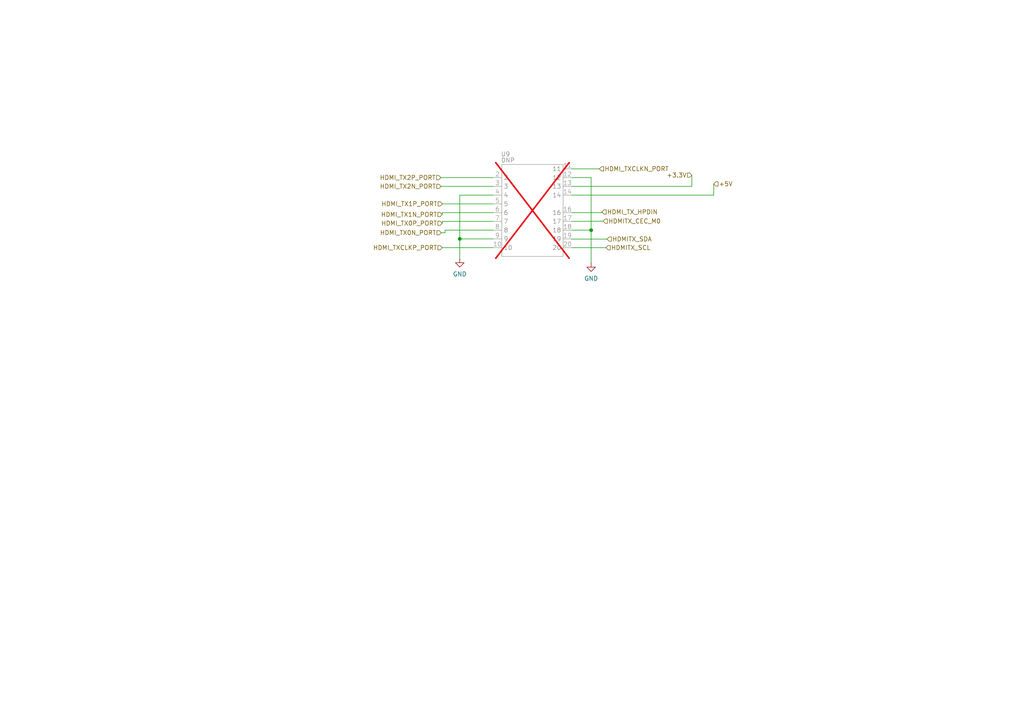
<source format=kicad_sch>
(kicad_sch (version 20231120) (generator "eeschema") (generator_version "8.0")
  (paper "A4")
  (lib_symbols
    (symbol "HDMI 2.0:HDMI_2.0"
      (property "Reference" "U9" (at -7.8211 29.6757 0))
      (property "Value" "DNP" (at -7.112 27.8922 0))
      (symbol "HDMI_2.0_0_1"
        (rectangle (start -8.89 26.67) (end 8.89 0))
      )
      (symbol "HDMI_2.0_1_1"
        (pin passive line (at -11.43 2.54 0) (length 2.54) (name "10") (number "10"))
        (pin passive line (at 11.43 25.4 180) (length 2.54) (name "11") (number "11"))
        (pin passive line (at 11.43 22.86 180) (length 2.54) (name "12") (number "12"))
        (pin passive line (at 11.43 20.32 180) (length 2.54) (name "13") (number "13"))
        (pin passive line (at 11.43 17.78 180) (length 2.54) (name "14") (number "14"))
        (pin passive line (at 11.43 12.7 180) (length 2.54) (name "16") (number "16"))
        (pin passive line (at 11.43 10.16 180) (length 2.54) (name "17") (number "17"))
        (pin passive line (at 11.43 7.62 180) (length 2.54) (name "18") (number "18"))
        (pin passive line (at 11.43 5.08 180) (length 2.54) (name "19") (number "19"))
        (pin passive line (at -11.43 22.86 0) (length 2.54) (name "2") (number "2"))
        (pin passive line (at 11.43 2.54 180) (length 2.54) (name "20") (number "20"))
        (pin passive line (at -11.43 20.32 0) (length 2.54) (name "3") (number "3"))
        (pin passive line (at -11.43 17.78 0) (length 2.54) (name "4") (number "4"))
        (pin passive line (at -11.43 15.24 0) (length 2.54) (name "5") (number "5"))
        (pin passive line (at -11.43 12.7 0) (length 2.54) (name "6") (number "6"))
        (pin passive line (at -11.43 10.16 0) (length 2.54) (name "7") (number "7"))
        (pin passive line (at -11.43 7.62 0) (length 2.54) (name "8") (number "8"))
        (pin passive line (at -11.43 5.08 0) (length 2.54) (name "9") (number "9"))
      )
    )
    (symbol "power:GND" (power) (pin_names (offset 0))
      (property "Value" "GND" (at 0 -3.81 0))
      (symbol "GND_0_1"
        (polyline (pts (xy 0 0) (xy 0 -1.27) (xy 1.27 -1.27) (xy 0 -2.54) (xy -1.27 -1.27) (xy 0 -1.27)))
      )
      (symbol "GND_1_1"
        (pin power_in line (at 0 0 270) (length 0) hide (name "GND") (number "1"))
      )
    )
  )
  (junction (at 171.45 66.7542))
  (junction (at 133.35 69.2942))
  (wire (pts (xy 173.8361 48.9742) (xy 165.862 48.9742)))
  (wire (pts (xy 143.002 54.0542) (xy 127.9343 54.0542)))
  (wire (pts (xy 128.27 61.6742) (xy 128.27 62.23)))
  (wire (pts (xy 171.45 66.7542) (xy 165.862 66.7542)))
  (wire (pts (xy 207.01 53.34) (xy 207.01 56.5942)))
  (wire (pts (xy 200.66 50.8) (xy 200.66 54.0542)))
  (wire (pts (xy 133.35 56.5942) (xy 143.002 56.5942)))
  (wire (pts (xy 171.45 51.5142) (xy 171.45 66.7542)))
  (wire (pts (xy 129.077 67.5058) (xy 129.077 66.7542)))
  (wire (pts (xy 143.002 64.2142) (xy 128.27 64.2142)))
  (wire (pts (xy 175.7353 71.8342) (xy 165.862 71.8342)))
  (wire (pts (xy 129.077 67.5058) (xy 127.9857 67.5058)))
  (wire (pts (xy 133.35 56.5942) (xy 133.35 69.2942)))
  (wire (pts (xy 133.35 69.2942) (xy 133.35 74.93)))
  (wire (pts (xy 165.862 64.2142) (xy 174.9142 64.145)))
  (wire (pts (xy 128.27 71.8342) (xy 143.002 71.8342)))
  (wire (pts (xy 127.8702 51.5142) (xy 143.002 51.5142)))
  (wire (pts (xy 133.35 69.2942) (xy 143.002 69.2942)))
  (wire (pts (xy 143.002 59.1342) (xy 128.3191 59.1342)))
  (wire (pts (xy 129.077 66.7542) (xy 143.002 66.7542)))
  (wire (pts (xy 165.862 61.6742) (xy 174.5575 61.6742)))
  (wire (pts (xy 165.862 69.347) (xy 165.862 69.2942)))
  (wire (pts (xy 128.27 64.2142) (xy 128.27 64.77)))
  (wire (pts (xy 200.66 54.0542) (xy 165.862 54.0542)))
  (wire (pts (xy 207.01 56.5942) (xy 165.862 56.5942)))
  (wire (pts (xy 176.0673 69.347) (xy 165.862 69.347)))
  (wire (pts (xy 143.002 61.6742) (xy 128.27 61.6742)))
  (wire (pts (xy 174.5575 61.6742) (xy 174.5575 61.4859)))
  (wire (pts (xy 171.45 51.5142) (xy 165.862 51.5142)))
  (wire (pts (xy 171.45 66.7542) (xy 171.45 76.2)))
  (hierarchical_label "HDMI_TX2P_PORT" (shape input) (at 127.8702 51.5142 180))
  (hierarchical_label "HDMITX_SDA" (shape input) (at 176.0673 69.347 0))
  (hierarchical_label "+5V" (shape input) (at 207.01 53.34 0))
  (hierarchical_label "+3.3V" (shape input) (at 200.66 50.8 180))
  (hierarchical_label "HDMI_TX0P_PORT" (shape input) (at 128.27 64.77 180))
  (hierarchical_label "HDMITX_SCL" (shape input) (at 175.7353 71.8342 0))
  (hierarchical_label "HDMI_TXCLKN_PORT" (shape input) (at 173.8361 48.9742 0))
  (hierarchical_label "HDMITX_CEC_M0" (shape input) (at 174.9142 64.145 0))
  (hierarchical_label "HDMI_TXCLKP_PORT" (shape input) (at 128.27 71.8342 180))
  (hierarchical_label "HDMI_TX1P_PORT" (shape input) (at 128.3191 59.1342 180))
  (hierarchical_label "HDMI_TX1N_PORT" (shape input) (at 128.27 62.23 180))
  (hierarchical_label "HDMI_TX2N_PORT" (shape input) (at 127.9343 54.0542 180))
  (hierarchical_label "HDMI_TX_HPDIN" (shape input) (at 174.5575 61.4859 0))
  (hierarchical_label "HDMI_TX0N_PORT" (shape input) (at 127.9857 67.5058 180))
  (symbol (lib_id "power:GND") (at 133.35 74.93 0) (unit 1)
    (property "Reference" "#PWR021" (effects (hide yes)))
    (property "Value" "GND" (at 133.35 79.502 0))
    (property "Description" "Power symbol creates a global label with name \"GND\" , ground" (effects (hide yes)))
    (instances (project "HDMI 2.0 TX" (path "" (reference "#PWR021") (unit 1))) (project "MXVR_3566" (path "" (reference "#PWR0235") (unit 1))))
  )
  (symbol (lib_id "HDMI 2.0:HDMI_2.0") (at 154.432 74.3742 0) (unit 1) (dnp yes)
    (property "Reference" "U9" (at 146.6109 44.6985 0))
    (property "Value" "DNP" (at 147.32 46.482 0))
    (property "Footprint" "HDMI 2.0 TX:HDMI" (effects (hide yes)))
  )
  (symbol (lib_id "power:GND") (at 171.45 76.2 0) (unit 1)
    (property "Reference" "#PWR021" (effects (hide yes)))
    (property "Value" "GND" (at 171.45 80.772 0))
    (property "Description" "Power symbol creates a global label with name \"GND\" , ground" (effects (hide yes)))
    (instances (project "HDMI 2.0 TX" (path "" (reference "#PWR021") (unit 1))) (project "MXVR_3566" (path "" (reference "#PWR0236") (unit 1))))
  )
)
</source>
